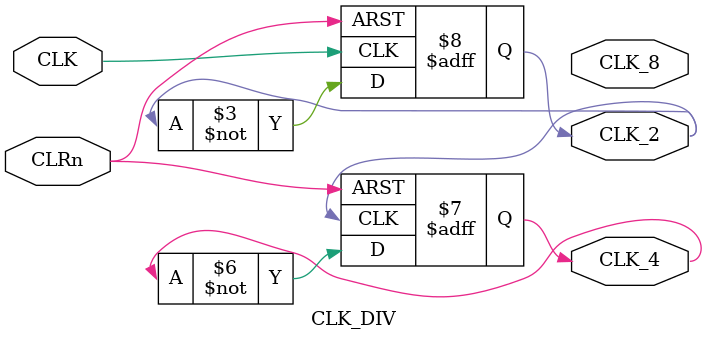
<source format=v>
module CLK_DIV(CLK,CLRn,CLK_2,CLK_4,CLK_8);
	input CLK,CLRn;
	output reg CLK_2,CLK_4,CLK_8;
	
	always@(posedge CLK or negedge CLRn)
		if(!CLRn)
			CLK_2 <= 0;
		else
			CLK_2 <= ~CLK_2;
			
	always@(posedge CLK_2 or negedge CLRn)
		if(!CLRn)
			CLK_4 <= 0;
		else
			CLK_4 <= ~CLK_4;
endmodule

</source>
